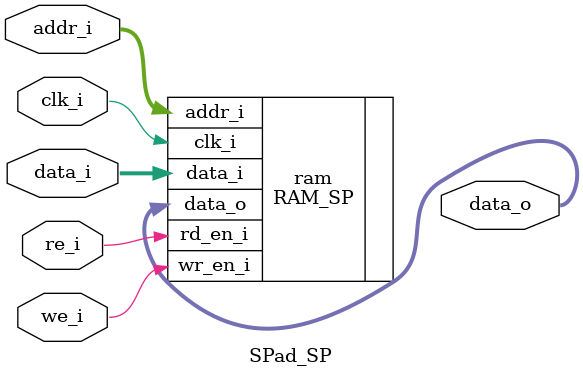
<source format=v>

`timescale 1ns / 1ps


module SPad_SP
#( 
  parameter DATA_WIDTH = 8,
  parameter ADDR_WIDTH = 10,
  
  // Hint for physical implementation.
  parameter Implementation = 0
) ( 
  input                           clk_i,

  // Remove reset port to make it clear that the
  // contents of the spad cannot simply be reset
  //input                         rst_ni,

  input                      re_i,
  input                      we_i,
  input   [ADDR_WIDTH-1:0]   addr_i,
  input   [DATA_WIDTH-1:0]   data_i,
  output  [DATA_WIDTH-1:0]   data_o
);
  
  RAM_SP #(
    .AddrWidth      (ADDR_WIDTH),
    .DataWidth      (DATA_WIDTH),
    .Pipelined      (0),
    
    .Implementation (Implementation)
  ) ram (
    .clk_i          (clk_i),
    .rd_en_i        (re_i),
    .wr_en_i        (we_i),
    .addr_i         (addr_i),
    .data_i         (data_i),
    .data_o         (data_o)
  );
  
endmodule

</source>
